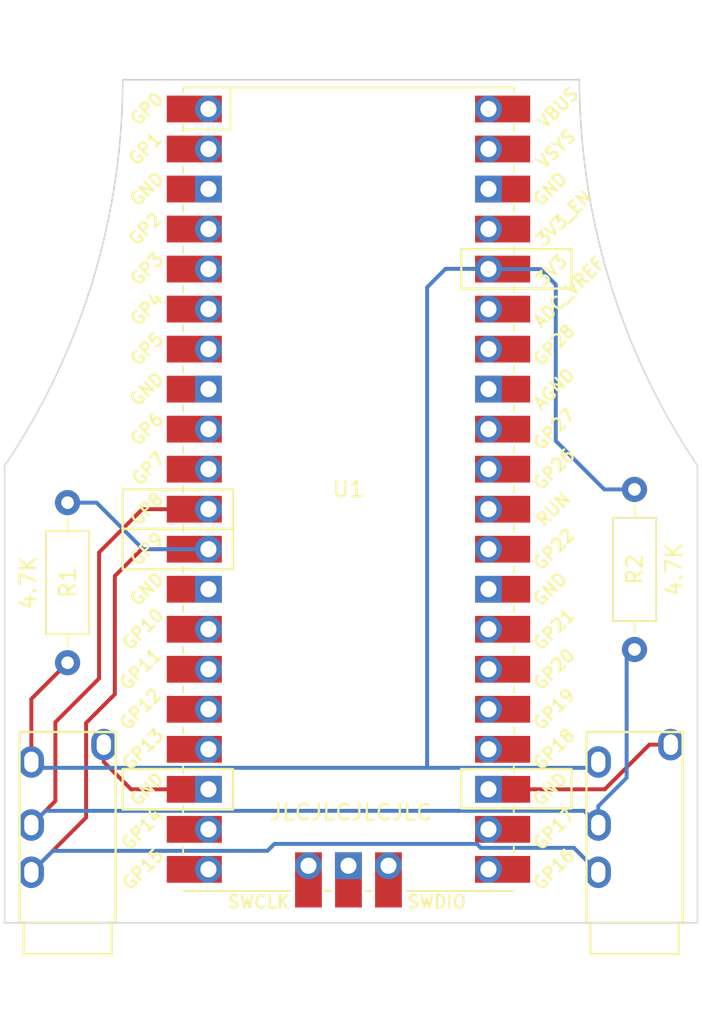
<source format=kicad_pcb>
(kicad_pcb (version 20211014) (generator pcbnew)
  (layers (0 "F.Cu" signal) (31 "B.Cu" signal) (34 "B.Paste" user) (35 "F.Paste" user) (36 "B.SilkS" user "B.Silkscreen") (37 "F.SilkS" user "F.Silkscreen") (38 "B.Mask" user) (39 "F.Mask" user) (44 "Edge.Cuts" user))
  (net 0 "")
  (net 1 "SDA")
  (net 2 "SCL")
  (net 41 "Net-(U1-Pad18)")
  (net 42 "Net-(J2-PadT)")
  (net 43 "Net-(J2-PadS)")
  (footprint "Resistor_THT:R_Axial_DIN0207_L6.3mm_D2.5mm_P10.16mm_Horizontal" (layer "F.Cu") (at 88 110 90)
    (fp_text reference "R1" (at 5.08 0 90) (layer "F.SilkS"))
    (fp_text value "4.7K" (at 5.08 -2.5 90) (layer "F.SilkS"))
    (fp_line (start 9.12 0) (end 8.35 0) (layer "F.SilkS") (width 0.12))
    (fp_line (start 1.04 0) (end 1.81 0) (layer "F.SilkS") (width 0.12))
    (fp_line (start 8.35 1.37) (end 8.35 -1.37) (layer "F.SilkS") (width 0.12))
    (fp_line (start 1.81 1.37) (end 8.35 1.37) (layer "F.SilkS") (width 0.12))
    (fp_line (start 8.35 -1.37) (end 1.81 -1.37) (layer "F.SilkS") (width 0.12))
    (fp_line (start 1.81 -1.37) (end 1.81 1.37) (layer "F.SilkS") (width 0.12))
    (pad "1" thru_hole circle (at 0 0 90) (size 1.6 1.6) (drill 0.8) (layers *.Cu *.Mask) (net 42 "Net-(J2-PadT)"))
    (pad "2" thru_hole oval (at 10.16 0 90) (size 1.6 1.6) (drill 0.8) (layers *.Cu *.Mask) (net 2 "SCL"))
  )
  (footprint "Resistor_THT:R_Axial_DIN0207_L6.3mm_D2.5mm_P10.16mm_Horizontal" (layer "F.Cu") (at 124 99 -90)
    (fp_text reference "R2" (at 5.08 0 90) (layer "F.SilkS"))
    (fp_text value "4.7K" (at 5.08 -2.5 90) (layer "F.SilkS"))
    (fp_line (start 8.35 1.37) (end 8.35 -1.37) (layer "F.SilkS") (width 0.12))
    (fp_line (start 9.12 0) (end 8.35 0) (layer "F.SilkS") (width 0.12))
    (fp_line (start 1.81 1.37) (end 8.35 1.37) (layer "F.SilkS") (width 0.12))
    (fp_line (start 1.81 -1.37) (end 1.81 1.37) (layer "F.SilkS") (width 0.12))
    (fp_line (start 1.04 0) (end 1.81 0) (layer "F.SilkS") (width 0.12))
    (fp_line (start 8.35 -1.37) (end 1.81 -1.37) (layer "F.SilkS") (width 0.12))
    (pad "1" thru_hole circle (at 0 0 270) (size 1.6 1.6) (drill 0.8) (layers *.Cu *.Mask) (net 42 "Net-(J2-PadT)"))
    (pad "2" thru_hole oval (at 10.16 0 270) (size 1.6 1.6) (drill 0.8) (layers *.Cu *.Mask) (net 1 "SDA"))
  )
  (footprint "MCU_RaspberryPi_and_Boards:RPi_Pico_SMD_TH" (layer "F.Cu") (at 105.835 98.985)
    (fp_text reference "U1" (at 0 0) (layer "F.SilkS"))
    (fp_text value "Pico")
    (fp_text user "GND" (at 12.8 6.35 45) (layer "F.SilkS") (effects (font (size 0.8 0.8))))
    (fp_text user "GP14" (at -13.1 21.59 45) (layer "F.SilkS") (effects (font (size 0.8 0.8))))
    (fp_text user "GP21" (at 13.054 8.9 45) (layer "F.SilkS") (effects (font (size 0.8 0.8))))
    (fp_text user "3V3" (at 12.9 -13.9 45) (layer "F.SilkS") (effects (font (size 0.8 0.8))))
    (fp_text user "GND" (at -12.8 -19.05 45) (layer "F.SilkS") (effects (font (size 0.8 0.8))))
    (fp_text user "GP3" (at -12.8 -13.97 45) (layer "F.SilkS") (effects (font (size 0.8 0.8))))
    (fp_text user "GP16" (at 13.054 24.13 45) (layer "F.SilkS") (effects (font (size 0.8 0.8))))
    (fp_text user "GP2" (at -12.9 -16.51 45) (layer "F.SilkS") (effects (font (size 0.8 0.8))))
    (fp_text user "GND" (at 12.8 -19.05 45) (layer "F.SilkS") (effects (font (size 0.8 0.8))))
    (fp_text user "GP12" (at -13.2 13.97 45) (layer "F.SilkS") (effects (font (size 0.8 0.8))))
    (fp_text user "GP5" (at -12.8 -8.89 45) (layer "F.SilkS") (effects (font (size 0.8 0.8))))
    (fp_text user "SWDIO" (at 5.6 26.2) (layer "F.SilkS") (effects (font (size 0.8 0.8))))
    (fp_text user "GP19" (at 13.054 13.97 45) (layer "F.SilkS") (effects (font (size 0.8 0.8))))
    (fp_text user "GP11" (at -13.2 11.43 45) (layer "F.SilkS") (effects (font (size 0.8 0.8))))
    (fp_text user "GND" (at -12.8 -6.35 45) (layer "F.SilkS") (effects (font (size 0.8 0.8))))
    (fp_text user "GP10" (at -13.054 8.89 45) (layer "F.SilkS") (effects (font (size 0.8 0.8))))
    (fp_text user "VBUS" (at 13.3 -24.2 45) (layer "F.SilkS") (effects (font (size 0.8 0.8))))
    (fp_text user "GP27" (at 13.054 -3.8 45) (layer "F.SilkS") (effects (font (size 0.8 0.8))))
    (fp_text user "GP13" (at -13.054 16.51 45) (layer "F.SilkS") (effects (font (size 0.8 0.8))))
    (fp_text user "GND" (at 12.8 19.05 45) (layer "F.SilkS") (effects (font (size 0.8 0.8))))
    (fp_text user "GP8" (at -12.8 1.27 45) (layer "F.SilkS") (effects (font (size 0.8 0.8))))
    (fp_text user "GP0" (at -12.8 -24.13 45) (layer "F.SilkS") (effects (font (size 0.8 0.8))))
    (fp_text user "SWCLK" (at -5.7 26.2) (layer "F.SilkS") (effects (font (size 0.8 0.8))))
    (fp_text user "AGND" (at 13.054 -6.35 45) (layer "F.SilkS") (effects (font (size 0.8 0.8))))
    (fp_text user "GP9" (at -12.8 3.81 45) (layer "F.SilkS") (effects (font (size 0.8 0.8))))
    (fp_text user "GP4" (at -12.8 -11.43 45) (layer "F.SilkS") (effects (font (size 0.8 0.8))))
    (fp_text user "ADC_VREF" (at 14 -12.5 45) (layer "F.SilkS") (effects (font (size 0.8 0.8))))
    (fp_text user "GP26" (at 13.054 -1.27 45) (layer "F.SilkS") (effects (font (size 0.8 0.8))))
    (fp_text user "GP22" (at 13.054 3.81 45) (layer "F.SilkS") (effects (font (size 0.8 0.8))))
    (fp_text user "GP6" (at -12.8 -3.81 45) (layer "F.SilkS") (effects (font (size 0.8 0.8))))
    (fp_text user "GP15" (at -13.054 24.13 45) (layer "F.SilkS") (effects (font (size 0.8 0.8))))
    (fp_text user "GP17" (at 13.054 21.59 45) (layer "F.SilkS") (effects (font (size 0.8 0.8))))
    (fp_text user "GP20" (at 13.054 11.43 45) (layer "F.SilkS") (effects (font (size 0.8 0.8))))
    (fp_text user "GP1" (at -12.9 -21.6 45) (layer "F.SilkS") (effects (font (size 0.8 0.8))))
    (fp_text user "GND" (at -12.8 19.05 45) (layer "F.SilkS") (effects (font (size 0.8 0.8))))
    (fp_text user "RUN" (at 13 1.27 45) (layer "F.SilkS") (effects (font (size 0.8 0.8))))
    (fp_text user "GP28" (at 13.054 -9.144 45) (layer "F.SilkS") (effects (font (size 0.8 0.8))))
    (fp_text user "GND" (at -12.8 6.35 45) (layer "F.SilkS") (effects (font (size 0.8 0.8))))
    (fp_text user "3V3_EN" (at 13.7 -17.2 45) (layer "F.SilkS") (effects (font (size 0.8 0.8))))
    (fp_text user "GP7" (at -12.7 -1.3 45) (layer "F.SilkS") (effects (font (size 0.8 0.8))))
    (fp_text user "VSYS" (at 13.2 -21.59 45) (layer "F.SilkS") (effects (font (size 0.8 0.8))))
    (fp_text user "GP18" (at 13.054 16.51 45) (layer "F.SilkS") (effects (font (size 0.8 0.8))))
    (fp_line (start -10.5 -22.833) (end -7.493 -22.833) (layer "F.SilkS") (width 0.12))
    (fp_line (start -10.5 -0.2) (end -10.5 0.2) (layer "F.SilkS") (width 0.12))
    (fp_line (start 10.5 -15.4) (end 10.5 -15) (layer "F.SilkS") (width 0.12))
    (fp_line (start -10.5 22.7) (end -10.5 23.1) (layer "F.SilkS") (width 0.12))
    (fp_line (start -10.5 -12.9) (end -10.5 -12.5) (layer "F.SilkS") (width 0.12))
    (fp_line (start -10.5 -15.4) (end -10.5 -15) (layer "F.SilkS") (width 0.12))
    (fp_line (start 10.5 15.1) (end 10.5 15.5) (layer "F.SilkS") (width 0.12))
    (fp_line (start -10.5 10) (end -10.5 10.4) (layer "F.SilkS") (width 0.12))
    (fp_line (start 10.5 7.4) (end 10.5 7.8) (layer "F.SilkS") (width 0.12))
    (fp_line (start 10.5 2.3) (end 10.5 2.7) (layer "F.SilkS") (width 0.12))
    (fp_line (start -10.5 -5.3) (end -10.5 -4.9) (layer "F.SilkS") (width 0.12))
    (fp_line (start -10.5 7.4) (end -10.5 7.8) (layer "F.SilkS") (width 0.12))
    (fp_line (start -1.5 25.5) (end -1.1 25.5) (layer "F.SilkS") (width 0.12))
    (fp_line (start 10.5 12.5) (end 10.5 12.9) (layer "F.SilkS") (width 0.12))
    (fp_line (start -10.5 17.6) (end -10.5 18) (layer "F.SilkS") (width 0.12))
    (fp_line (start -10.5 15.1) (end -10.5 15.5) (layer "F.SilkS") (width 0.12))
    (fp_line (start 10.5 -20.5) (end 10.5 -20.1) (layer "F.SilkS") (width 0.12))
    (fp_line (start 10.5 10) (end 10.5 10.4) (layer "F.SilkS") (width 0.12))
    (fp_line (start 10.5 -23.1) (end 10.5 -22.7) (layer "F.SilkS") (width 0.12))
    (fp_line (start 10.5 -5.3) (end 10.5 -4.9) (layer "F.SilkS") (width 0.12))
    (fp_line (start -10.5 4.9) (end -10.5 5.3) (layer "F.SilkS") (width 0.12))
    (fp_line (start -10.5 -25.5) (end -10.5 -25.2) (layer "F.SilkS") (width 0.12))
    (fp_line (start 10.5 -18) (end 10.5 -17.6) (layer "F.SilkS") (width 0.12))
    (fp_line (start -10.5 -2.7) (end -10.5 -2.3) (layer "F.SilkS") (width 0.12))
    (fp_line (start -10.5 -18) (end -10.5 -17.6) (layer "F.SilkS") (width 0.12))
    (fp_line (start 10.5 4.9) (end 10.5 5.3) (layer "F.SilkS") (width 0.12))
    (fp_line (start 10.5 -7.8) (end 10.5 -7.4) (layer "F.SilkS") (width 0.12))
    (fp_line (start 1.1 25.5) (end 1.5 25.5) (layer "F.SilkS") (width 0.12))
    (fp_line (start 10.5 -12.9) (end 10.5 -12.5) (layer "F.SilkS") (width 0.12))
    (fp_line (start 10.5 25.5) (end 3.7 25.5) (layer "F.SilkS") (width 0.12))
    (fp_line (start -10.5 -10.4) (end -10.5 -10) (layer "F.SilkS") (width 0.12))
    (fp_line (start -10.5 20.1) (end -10.5 20.5) (layer "F.SilkS") (width 0.12))
    (fp_line (start 10.5 -2.7) (end 10.5 -2.3) (layer "F.SilkS") (width 0.12))
    (fp_line (start 10.5 20.1) (end 10.5 20.5) (layer "F.SilkS") (width 0.12))
    (fp_line (start -10.5 12.5) (end -10.5 12.9) (layer "F.SilkS") (width 0.12))
    (fp_line (start 10.5 22.7) (end 10.5 23.1) (layer "F.SilkS") (width 0.12))
    (fp_line (start -10.5 -7.8) (end -10.5 -7.4) (layer "F.SilkS") (width 0.12))
    (fp_line (start 10.5 -25.5) (end 10.5 -25.2) (layer "F.SilkS") (width 0.12))
    (fp_line (start -7.493 -22.833) (end -7.493 -25.5) (layer "F.SilkS") (width 0.12))
    (fp_line (start -10.5 -23.1) (end -10.5 -22.7) (layer "F.SilkS") (width 0.12))
    (fp_line (start 10.5 -0.2) (end 10.5 0.2) (layer "F.SilkS") (width 0.12))
    (fp_line (start -10.5 -25.5) (end 10.5 -25.5) (layer "F.SilkS") (width 0.12))
    (fp_line (start 10.5 17.6) (end 10.5 18) (layer "F.SilkS") (width 0.12))
    (fp_line (start -3.7 25.5) (end -10.5 25.5) (layer "F.SilkS") (width 0.12))
    (fp_line (start -10.5 -20.5) (end -10.5 -20.1) (layer "F.SilkS") (width 0.12))
    (fp_line (start 10.5 -10.4) (end 10.5 -10) (layer "F.SilkS") (width 0.12))
    (fp_line (start -10.5 2.3) (end -10.5 2.7) (layer "F.SilkS") (width 0.12))
    (pad "" np_thru_hole oval (at 2.725 -24) (size 1.8 1.8) (drill 1.8) (layers *.Cu *.Mask))
    (pad "" np_thru_hole oval (at -2.725 -24) (size 1.8 1.8) (drill 1.8) (layers *.Cu *.Mask))
    (pad "" np_thru_hole oval (at -2.425 -20.97) (size 1.5 1.5) (drill 1.5) (layers *.Cu *.Mask))
    (pad "" np_thru_hole oval (at 2.425 -20.97) (size 1.5 1.5) (drill 1.5) (layers *.Cu *.Mask))
    (pad "1" thru_hole oval (at -8.89 -24.13) (size 1.7 1.7) (drill 1.02) (layers *.Cu *.Mask))
    (pad "1" smd rect (at -8.89 -24.13) (size 3.5 1.7) (drill (offset -0.9 0)) (layers "F.Cu" "F.Mask"))
    (pad "2" smd rect (at -8.89 -21.59) (size 3.5 1.7) (drill (offset -0.9 0)) (layers "F.Cu" "F.Mask"))
    (pad "2" thru_hole oval (at -8.89 -21.59) (size 1.7 1.7) (drill 1.02) (layers *.Cu *.Mask))
    (pad "3" thru_hole rect (at -8.89 -19.05) (size 1.7 1.7) (drill 1.02) (layers *.Cu *.Mask))
    (pad "3" smd rect (at -8.89 -19.05) (size 3.5 1.7) (drill (offset -0.9 0)) (layers "F.Cu" "F.Mask"))
    (pad "4" smd rect (at -8.89 -16.51) (size 3.5 1.7) (drill (offset -0.9 0)) (layers "F.Cu" "F.Mask"))
    (pad "4" thru_hole oval (at -8.89 -16.51) (size 1.7 1.7) (drill 1.02) (layers *.Cu *.Mask))
    (pad "5" thru_hole oval (at -8.89 -13.97) (size 1.7 1.7) (drill 1.02) (layers *.Cu *.Mask))
    (pad "5" smd rect (at -8.89 -13.97) (size 3.5 1.7) (drill (offset -0.9 0)) (layers "F.Cu" "F.Mask"))
    (pad "6" smd rect (at -8.89 -11.43) (size 3.5 1.7) (drill (offset -0.9 0)) (layers "F.Cu" "F.Mask"))
    (pad "6" thru_hole oval (at -8.89 -11.43) (size 1.7 1.7) (drill 1.02) (layers *.Cu *.Mask))
    (pad "7" smd rect (at -8.89 -8.89) (size 3.5 1.7) (drill (offset -0.9 0)) (layers "F.Cu" "F.Mask"))
    (pad "7" thru_hole oval (at -8.89 -8.89) (size 1.7 1.7) (drill 1.02) (layers *.Cu *.Mask))
    (pad "8" smd rect (at -8.89 -6.35) (size 3.5 1.7) (drill (offset -0.9 0)) (layers "F.Cu" "F.Mask"))
    (pad "8" thru_hole rect (at -8.89 -6.35) (size 1.7 1.7) (drill 1.02) (layers *.Cu *.Mask))
    (pad "9" thru_hole oval (at -8.89 -3.81) (size 1.7 1.7) (drill 1.02) (layers *.Cu *.Mask))
    (pad "9" smd rect (at -8.89 -3.81) (size 3.5 1.7) (drill (offset -0.9 0)) (layers "F.Cu" "F.Mask"))
    (pad "10" smd rect (at -8.89 -1.27) (size 3.5 1.7) (drill (offset -0.9 0)) (layers "F.Cu" "F.Mask"))
    (pad "10" thru_hole oval (at -8.89 -1.27) (size 1.7 1.7) (drill 1.02) (layers *.Cu *.Mask))
    (pad "11" thru_hole oval (at -8.89 1.27) (size 1.7 1.7) (drill 1.02) (layers *.Cu *.Mask) (net 1 "SDA"))
    (pad "11" smd rect (at -8.89 1.27) (size 3.5 1.7) (drill (offset -0.9 0)) (layers "F.Cu" "F.Mask") (net 1 "SDA"))
    (pad "12" thru_hole oval (at -8.89 3.81) (size 1.7 1.7) (drill 1.02) (layers *.Cu *.Mask) (net 2 "SCL"))
    (pad "12" smd rect (at -8.89 3.81) (size 3.5 1.7) (drill (offset -0.9 0)) (layers "F.Cu" "F.Mask") (net 2 "SCL"))
    (pad "13" smd rect (at -8.89 6.35) (size 3.5 1.7) (drill (offset -0.9 0)) (layers "F.Cu" "F.Mask"))
    (pad "13" thru_hole rect (at -8.89 6.35) (size 1.7 1.7) (drill 1.02) (layers *.Cu *.Mask))
    (pad "14" smd rect (at -8.89 8.89) (size 3.5 1.7) (drill (offset -0.9 0)) (layers "F.Cu" "F.Mask"))
    (pad "14" thru_hole oval (at -8.89 8.89) (size 1.7 1.7) (drill 1.02) (layers *.Cu *.Mask))
    (pad "15" smd rect (at -8.89 11.43) (size 3.5 1.7) (drill (offset -0.9 0)) (layers "F.Cu" "F.Mask"))
    (pad "15" thru_hole oval (at -8.89 11.43) (size 1.7 1.7) (drill 1.02) (layers *.Cu *.Mask))
    (pad "16" thru_hole oval (at -8.89 13.97) (size 1.7 1.7) (drill 1.02) (layers *.Cu *.Mask))
    (pad "16" smd rect (at -8.89 13.97) (size 3.5 1.7) (drill (offset -0.9 0)) (layers "F.Cu" "F.Mask"))
    (pad "17" thru_hole oval (at -8.89 16.51) (size 1.7 1.7) (drill 1.02) (layers *.Cu *.Mask))
    (pad "17" smd rect (at -8.89 16.51) (size 3.5 1.7) (drill (offset -0.9 0)) (layers "F.Cu" "F.Mask"))
    (pad "18" smd rect (at -8.89 19.05) (size 3.5 1.7) (drill (offset -0.9 0)) (layers "F.Cu" "F.Mask") (net 41 "Net-(U1-Pad18)"))
    (pad "18" thru_hole rect (at -8.89 19.05) (size 1.7 1.7) (drill 1.02) (layers *.Cu *.Mask) (net 41 "Net-(U1-Pad18)"))
    (pad "19" smd rect (at -8.89 21.59) (size 3.5 1.7) (drill (offset -0.9 0)) (layers "F.Cu" "F.Mask"))
    (pad "19" thru_hole oval (at -8.89 21.59) (size 1.7 1.7) (drill 1.02) (layers *.Cu *.Mask))
    (pad "20" thru_hole oval (at -8.89 24.13) (size 1.7 1.7) (drill 1.02) (layers *.Cu *.Mask))
    (pad "20" smd rect (at -8.89 24.13) (size 3.5 1.7) (drill (offset -0.9 0)) (layers "F.Cu" "F.Mask"))
    (pad "21" thru_hole oval (at 8.89 24.13) (size 1.7 1.7) (drill 1.02) (layers *.Cu *.Mask))
    (pad "21" smd rect (at 8.89 24.13) (size 3.5 1.7) (drill (offset 0.9 0)) (layers "F.Cu" "F.Mask"))
    (pad "22" thru_hole oval (at 8.89 21.59) (size 1.7 1.7) (drill 1.02) (layers *.Cu *.Mask))
    (pad "22" smd rect (at 8.89 21.59) (size 3.5 1.7) (drill (offset 0.9 0)) (layers "F.Cu" "F.Mask"))
    (pad "23" smd rect (at 8.89 19.05) (size 3.5 1.7) (drill (offset 0.9 0)) (layers "F.Cu" "F.Mask") (net 43 "Net-(J2-PadS)"))
    (pad "23" thru_hole rect (at 8.89 19.05) (size 1.7 1.7) (drill 1.02) (layers *.Cu *.Mask) (net 43 "Net-(J2-PadS)"))
    (pad "24" smd rect (at 8.89 16.51) (size 3.5 1.7) (drill (offset 0.9 0)) (layers "F.Cu" "F.Mask"))
    (pad "24" thru_hole oval (at 8.89 16.51) (size 1.7 1.7) (drill 1.02) (layers *.Cu *.Mask))
    (pad "25" smd rect (at 8.89 13.97) (size 3.5 1.7) (drill (offset 0.9 0)) (layers "F.Cu" "F.Mask"))
    (pad "25" thru_hole oval (at 8.89 13.97) (size 1.7 1.7) (drill 1.02) (layers *.Cu *.Mask))
    (pad "26" smd rect (at 8.89 11.43) (size 3.5 1.7) (drill (offset 0.9 0)) (layers "F.Cu" "F.Mask"))
    (pad "26" thru_hole oval (at 8.89 11.43) (size 1.7 1.7) (drill 1.02) (layers *.Cu *.Mask))
    (pad "27" smd rect (at 8.89 8.89) (size 3.5 1.7) (drill (offset 0.9 0)) (layers "F.Cu" "F.Mask"))
    (pad "27" thru_hole oval (at 8.89 8.89) (size 1.7 1.7) (drill 1.02) (layers *.Cu *.Mask))
    (pad "28" thru_hole rect (at 8.89 6.35) (size 1.7 1.7) (drill 1.02) (layers *.Cu *.Mask))
    (pad "28" smd rect (at 8.89 6.35) (size 3.5 1.7) (drill (offset 0.9 0)) (layers "F.Cu" "F.Mask"))
    (pad "29" thru_hole oval (at 8.89 3.81) (size 1.7 1.7) (drill 1.02) (layers *.Cu *.Mask))
    (pad "29" smd rect (at 8.89 3.81) (size 3.5 1.7) (drill (offset 0.9 0)) (layers "F.Cu" "F.Mask"))
    (pad "30" thru_hole oval (at 8.89 1.27) (size 1.7 1.7) (drill 1.02) (layers *.Cu *.Mask))
    (pad "30" smd rect (at 8.89 1.27) (size 3.5 1.7) (drill (offset 0.9 0)) (layers "F.Cu" "F.Mask"))
    (pad "31" smd rect (at 8.89 -1.27) (size 3.5 1.7) (drill (offset 0.9 0)) (layers "F.Cu" "F.Mask"))
    (pad "31" thru_hole oval (at 8.89 -1.27) (size 1.7 1.7) (drill 1.02) (layers *.Cu *.Mask))
    (pad "32" thru_hole oval (at 8.89 -3.81) (size 1.7 1.7) (drill 1.02) (layers *.Cu *.Mask))
    (pad "32" smd rect (at 8.89 -3.81) (size 3.5 1.7) (drill (offset 0.9 0)) (layers "F.Cu" "F.Mask"))
    (pad "33" smd rect (at 8.89 -6.35) (size 3.5 1.7) (drill (offset 0.9 0)) (layers "F.Cu" "F.Mask"))
    (pad "33" thru_hole rect (at 8.89 -6.35) (size 1.7 1.7) (drill 1.02) (layers *.Cu *.Mask))
    (pad "34" thru_hole oval (at 8.89 -8.89) (size 1.7 1.7) (drill 1.02) (layers *.Cu *.Mask))
    (pad "34" smd rect (at 8.89 -8.89) (size 3.5 1.7) (drill (offset 0.9 0)) (layers "F.Cu" "F.Mask"))
    (pad "35" thru_hole oval (at 8.89 -11.43) (size 1.7 1.7) (drill 1.02) (layers *.Cu *.Mask))
    (pad "35" smd rect (at 8.89 -11.43) (size 3.5 1.7) (drill (offset 0.9 0)) (layers "F.Cu" "F.Mask"))
    (pad "36" smd rect (at 8.89 -13.97) (size 3.5 1.7) (drill (offset 0.9 0)) (layers "F.Cu" "F.Mask") (net 42 "Net-(J2-PadT)"))
    (pad "36" thru_hole oval (at 8.89 -13.97) (size 1.7 1.7) (drill 1.02) (layers *.Cu *.Mask) (net 42 "Net-(J2-PadT)"))
    (pad "37" thru_hole oval (at 8.89 -16.51) (size 1.7 1.7) (drill 1.02) (layers *.Cu *.Mask))
    (pad "37" smd rect (at 8.89 -16.51) (size 3.5 1.7) (drill (offset 0.9 0)) (layers "F.Cu" "F.Mask"))
    (pad "38" thru_hole rect (at 8.89 -19.05) (size 1.7 1.7) (drill 1.02) (layers *.Cu *.Mask))
    (pad "38" smd rect (at 8.89 -19.05) (size 3.5 1.7) (drill (offset 0.9 0)) (layers "F.Cu" "F.Mask"))
    (pad "39" thru_hole oval (at 8.89 -21.59) (size 1.7 1.7) (drill 1.02) (layers *.Cu *.Mask))
    (pad "39" smd rect (at 8.89 -21.59) (size 3.5 1.7) (drill (offset 0.9 0)) (layers "F.Cu" "F.Mask"))
    (pad "40" smd rect (at 8.89 -24.13) (size 3.5 1.7) (drill (offset 0.9 0)) (layers "F.Cu" "F.Mask"))
    (pad "40" thru_hole oval (at 8.89 -24.13) (size 1.7 1.7) (drill 1.02) (layers *.Cu *.Mask))
    (pad "41" thru_hole oval (at -2.54 23.9) (size 1.7 1.7) (drill 1.02) (layers *.Cu *.Mask))
    (pad "41" smd rect (at -2.54 23.9 90) (size 3.5 1.7) (drill (offset -0.9 0)) (layers "F.Cu" "F.Mask"))
    (pad "42" smd rect (at 0 23.9 90) (size 3.5 1.7) (drill (offset -0.9 0)) (layers "F.Cu" "F.Mask"))
    (pad "42" thru_hole rect (at 0 23.9) (size 1.7 1.7) (drill 1.02) (layers *.Cu *.Mask))
    (pad "43" thru_hole oval (at 2.54 23.9) (size 1.7 1.7) (drill 1.02) (layers *.Cu *.Mask))
    (pad "43" smd rect (at 2.54 23.9 90) (size 3.5 1.7) (drill (offset -0.9 0)) (layers "F.Cu" "F.Mask"))
  )
  (footprint "PJ-320A:TRRS-PJ-320A-no-Fmask" (layer "F.Cu") (at 124 126.5 180)
    (fp_text reference "J2")
    (fp_text value "AudioJack4")
    (fp_line (start 3.05 12.1) (end -3.05 12.1) (layer "F.SilkS") (width 0.15))
    (fp_line (start -3.05 0) (end -3.05 12.1) (layer "F.SilkS") (width 0.15))
    (fp_line (start -2.8 0) (end -2.8 -2) (layer "F.SilkS") (width 0.15))
    (fp_line (start 2.8 0) (end 2.8 -2) (layer "F.SilkS") (width 0.15))
    (fp_line (start 3.05 0) (end 3.05 12.1) (layer "F.SilkS") (width 0.15))
    (fp_line (start 3.05 0) (end -3.05 0) (layer "F.SilkS") (width 0.15))
    (fp_line (start 2.8 -2) (end -2.8 -2) (layer "F.SilkS") (width 0.15))
    (pad "" np_thru_hole circle (at 0 1.6 180) (size 0.8 0.8) (drill 0.8) (layers *.Cu *.Mask))
    (pad "" np_thru_hole circle (at 0 8.6 180) (size 0.8 0.8) (drill 0.8) (layers *.Cu *.Mask))
    (pad "R1" thru_hole oval (at 2.3 6.2 180) (size 1 1.4) (drill oval 0.9 1.3) (layers *.Cu "F.Mask") (net 1 "SDA"))
    (pad "R1" thru_hole oval (at 2.3 6.2 180) (size 1.6 2) (drill oval 0.9 1.3) (layers *.Cu "B.Mask") (net 1 "SDA"))
    (pad "R2" thru_hole oval (at 2.3 3.2 180) (size 1 1.4) (drill oval 0.9 1.3) (layers *.Cu "F.Mask") (net 2 "SCL"))
    (pad "R2" thru_hole oval (at 2.3 3.2 180) (size 1.6 2) (drill oval 0.9 1.3) (layers *.Cu "B.Mask") (net 2 "SCL"))
    (pad "S" thru_hole oval (at -2.3 11.3 180) (size 1 1.4) (drill oval 0.9 1.3) (layers *.Cu "F.Mask") (net 43 "Net-(J2-PadS)"))
    (pad "S" thru_hole oval (at -2.3 11.3 180) (size 1.6 2) (drill oval 0.9 1.3) (layers *.Cu "B.Mask") (net 43 "Net-(J2-PadS)"))
    (pad "T" thru_hole oval (at 2.3 10.2 180) (size 1 1.4) (drill oval 0.9 1.3) (layers *.Cu "F.Mask") (net 42 "Net-(J2-PadT)"))
    (pad "T" thru_hole oval (at 2.3 10.2 180) (size 1.6 2) (drill oval 0.9 1.3) (layers *.Cu "B.Mask") (net 42 "Net-(J2-PadT)"))
  )
  (footprint "PJ-320A:TRRS-PJ-320A-no-Fmask" (layer "F.Cu") (at 88 126.5 180)
    (fp_text reference "J1")
    (fp_text value "AudioJack4")
    (fp_line (start -2.8 0) (end -2.8 -2) (layer "F.SilkS") (width 0.15))
    (fp_line (start 2.8 -2) (end -2.8 -2) (layer "F.SilkS") (width 0.15))
    (fp_line (start 3.05 0) (end -3.05 0) (layer "F.SilkS") (width 0.15))
    (fp_line (start 3.05 0) (end 3.05 12.1) (layer "F.SilkS") (width 0.15))
    (fp_line (start 3.05 12.1) (end -3.05 12.1) (layer "F.SilkS") (width 0.15))
    (fp_line (start -3.05 0) (end -3.05 12.1) (layer "F.SilkS") (width 0.15))
    (fp_line (start 2.8 0) (end 2.8 -2) (layer "F.SilkS") (width 0.15))
    (pad "" np_thru_hole circle (at 0 8.6 180) (size 0.8 0.8) (drill 0.8) (layers *.Cu *.Mask))
    (pad "" np_thru_hole circle (at 0 1.6 180) (size 0.8 0.8) (drill 0.8) (layers *.Cu *.Mask))
    (pad "R1" thru_hole oval (at 2.3 6.2 180) (size 1 1.4) (drill oval 0.9 1.3) (layers *.Cu "F.Mask") (net 1 "SDA"))
    (pad "R1" thru_hole oval (at 2.3 6.2 180) (size 1.6 2) (drill oval 0.9 1.3) (layers *.Cu "B.Mask") (net 1 "SDA"))
    (pad "R2" thru_hole oval (at 2.3 3.2 180) (size 1 1.4) (drill oval 0.9 1.3) (layers *.Cu "F.Mask") (net 2 "SCL"))
    (pad "R2" thru_hole oval (at 2.3 3.2 180) (size 1.6 2) (drill oval 0.9 1.3) (layers *.Cu "B.Mask") (net 2 "SCL"))
    (pad "S" thru_hole oval (at -2.3 11.3 180) (size 1.6 2) (drill oval 0.9 1.3) (layers *.Cu "B.Mask") (net 41 "Net-(U1-Pad18)"))
    (pad "S" thru_hole oval (at -2.3 11.3 180) (size 1 1.4) (drill oval 0.9 1.3) (layers *.Cu "F.Mask") (net 41 "Net-(U1-Pad18)"))
    (pad "T" thru_hole oval (at 2.3 10.2 180) (size 1 1.4) (drill oval 0.9 1.3) (layers *.Cu "F.Mask") (net 42 "Net-(J2-PadT)"))
    (pad "T" thru_hole oval (at 2.3 10.2 180) (size 1.6 2) (drill oval 0.9 1.3) (layers *.Cu "B.Mask") (net 42 "Net-(J2-PadT)"))
  )
  (gr_rect (start 98.5 99) (end 91.5 101.5) (layer "F.SilkS") (width 0.15) (fill none))
  (gr_rect (start 98.502898 116.750582) (end 91.5 119.314379) (layer "F.SilkS") (width 0.15) (fill none))
  (gr_rect (start 120 116.75) (end 113 119.25) (layer "F.SilkS") (width 0.15) (fill none))
  (gr_rect (start 120 83.75) (end 113 86.25) (layer "F.SilkS") (width 0.15) (fill none))
  (gr_rect (start 98.493037 101.5) (end 91.5 104.069649) (layer "F.SilkS") (width 0.15) (fill none))
  (gr_line (start 91.5 73) (end 120.5 73) (layer "Edge.Cuts") (width 0.1))
  (gr_line (start 128 97.5) (end 128 126.5) (layer "Edge.Cuts") (width 0.1))
  (gr_arc (start 91.5 73) (mid 89.576413 85.809109) (end 84 97.5) (layer "Edge.Cuts") (width 0.1))
  (gr_line (start 84 126.5) (end 84 97.5) (layer "Edge.Cuts") (width 0.1))
  (gr_line (start 84 126.5) (end 128 126.5) (layer "Edge.Cuts") (width 0.1))
  (gr_arc (start 128 97.5) (mid 122.427832 85.80781) (end 120.5 73) (layer "Edge.Cuts") (width 0.1))
  (gr_text "JLCJLCJLCJLC" (at 106 119.5) (layer "F.SilkS") (effects (font (size 1 1))))
  (segment (start 90 111) (end 87.225479 113.774521) (width 0.25) (layer "F.Cu") (net 1))
  (segment (start 90 103) (end 90 111) (width 0.25) (layer "F.Cu") (net 1))
  (segment (start 92.745 100.255) (end 90 103) (width 0.25) (layer "F.Cu") (net 1))
  (segment (start 87.225479 113.774521) (end 87.225479 118.774521) (width 0.25) (layer "F.Cu") (net 1))
  (segment (start 87.225479 118.774521) (end 85.7 120.3) (width 0.25) (layer "F.Cu") (net 1))
  (segment (start 96.945 100.255) (end 92.745 100.255) (width 0.25) (layer "F.Cu") (net 1))
  (segment (start 85.7 120.3) (end 86.599511 119.400489) (width 0.25) (layer "B.Cu") (net 1))
  (segment (start 120.800489 119.400489) (end 121.7 120.3) (width 0.25) (layer "B.Cu") (net 1))
  (segment (start 121.7 119.104661) (end 123.5 117.304661) (width 0.25) (layer "B.Cu") (net 1))
  (segment (start 121.7 120.3) (end 121.7 119.104661) (width 0.25) (layer "B.Cu") (net 1))
  (segment (start 123.5 117.304661) (end 123.5 109.66) (width 0.25) (layer "B.Cu") (net 1))
  (segment (start 123.5 109.66) (end 124 109.16) (width 0.25) (layer "B.Cu") (net 1))
  (segment (start 86.599511 119.400489) (end 120.800489 119.400489) (width 0.25) (layer "B.Cu") (net 1))
  (segment (start 91 112) (end 89.17548 113.82452) (width 0.25) (layer "F.Cu") (net 2))
  (segment (start 89.17548 119.82452) (end 85.7 123.3) (width 0.25) (layer "F.Cu") (net 2))
  (segment (start 91 104.5) (end 91 112) (width 0.25) (layer "F.Cu") (net 2))
  (segment (start 96.945 102.795) (end 92.705 102.795) (width 0.25) (layer "F.Cu") (net 2))
  (segment (start 92.705 102.795) (end 91 104.5) (width 0.25) (layer "F.Cu") (net 2))
  (segment (start 89.17548 113.82452) (end 89.17548 119.82452) (width 0.25) (layer "F.Cu") (net 2))
  (segment (start 101.129968 121.5) (end 113.98899 121.5) (width 0.25) (layer "B.Cu") (net 2))
  (segment (start 88 99.84) (end 89.84 99.84) (width 0.25) (layer "B.Cu") (net 2))
  (segment (start 114.238501 121.749511) (end 120.149511 121.749511) (width 0.25) (layer "B.Cu") (net 2))
  (segment (start 100.689479 121.940489) (end 101.129968 121.5) (width 0.25) (layer "B.Cu") (net 2))
  (segment (start 87.059511 121.940489) (end 100.689479 121.940489) (width 0.25) (layer "B.Cu") (net 2))
  (segment (start 120.149511 121.749511) (end 121.7 123.3) (width 0.25) (layer "B.Cu") (net 2))
  (segment (start 89.84 99.84) (end 92.795 102.795) (width 0.25) (layer "B.Cu") (net 2))
  (segment (start 113.98899 121.5) (end 114.238501 121.749511) (width 0.25) (layer "B.Cu") (net 2))
  (segment (start 92.795 102.795) (end 96.945 102.795) (width 0.25) (layer "B.Cu") (net 2))
  (segment (start 85.7 123.3) (end 87.059511 121.940489) (width 0.25) (layer "B.Cu") (net 2))
  (segment (start 90.3 116.3) (end 92.035 118.035) (width 0.25) (layer "F.Cu") (net 41))
  (segment (start 92.035 118.035) (end 96.945 118.035) (width 0.25) (layer "F.Cu") (net 41))
  (segment (start 90.3 115.2) (end 90.3 116.3) (width 0.25) (layer "F.Cu") (net 41))
  (segment (start 85.7 116.3) (end 85.7 112.3) (width 0.25) (layer "F.Cu") (net 42))
  (segment (start 85.7 112.3) (end 88 110) (width 0.25) (layer "F.Cu") (net 42))
  (segment (start 110.830489 116.669511) (end 121.330489 116.669511) (width 0.25) (layer "B.Cu") (net 42))
  (segment (start 114.725 85.015) (end 114.71 85) (width 0.25) (layer "B.Cu") (net 42))
  (segment (start 85.7 116.3) (end 86.069511 116.669511) (width 0.25) (layer "B.Cu") (net 42))
  (segment (start 86.069511 116.669511) (end 110.830489 116.669511) (width 0.25) (layer "B.Cu") (net 42))
  (segment (start 114.71 85) (end 112 85) (width 0.25) (layer "B.Cu") (net 42))
  (segment (start 124 99) (end 122.08 99) (width 0.25) (layer "B.Cu") (net 42))
  (segment (start 119 92) (end 119 86) (width 0.25) (layer "B.Cu") (net 42))
  (segment (start 119 95.92) (end 119 92) (width 0.25) (layer "B.Cu") (net 42))
  (segment (start 110.830489 86.169511) (end 110.830489 116.669511) (width 0.25) (layer "B.Cu") (net 42))
  (segment (start 119 86) (end 118.015 85.015) (width 0.25) (layer "B.Cu") (net 42))
  (segment (start 121.330489 116.669511) (end 121.7 116.3) (width 0.25) (layer "B.Cu") (net 42))
  (segment (start 118.015 85.015) (end 114.725 85.015) (width 0.25) (layer "B.Cu") (net 42))
  (segment (start 122.08 99) (end 119 95.92) (width 0.25) (layer "B.Cu") (net 42))
  (segment (start 112 85) (end 110.830489 86.169511) (width 0.25) (layer "B.Cu") (net 42))
  (segment (start 114.725 118.035) (end 122.110156 118.035) (width 0.25) (layer "F.Cu") (net 43))
  (segment (start 122.110156 118.035) (end 124.945156 115.2) (width 0.25) (layer "F.Cu") (net 43))
  (segment (start 124.945156 115.2) (end 126.3 115.2) (width 0.25) (layer "F.Cu") (net 43))
)
</source>
